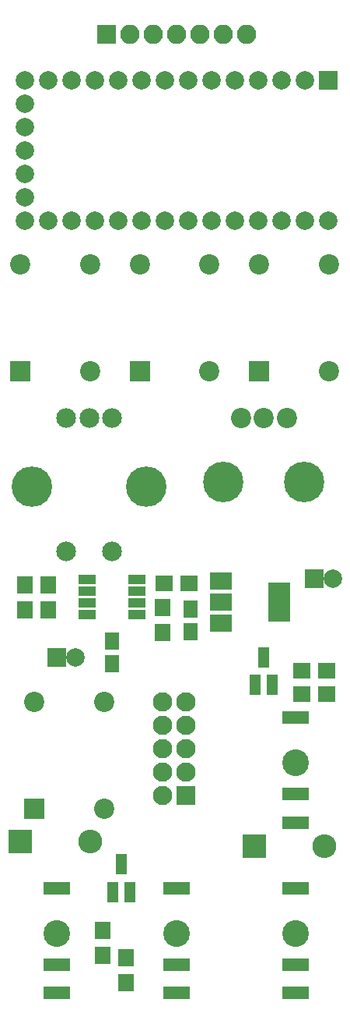
<source format=gbr>
G04 #@! TF.FileFunction,Soldermask,Top*
%FSLAX46Y46*%
G04 Gerber Fmt 4.6, Leading zero omitted, Abs format (unit mm)*
G04 Created by KiCad (PCBNEW 4.0.7) date 07/15/18 23:17:43*
%MOMM*%
%LPD*%
G01*
G04 APERTURE LIST*
%ADD10C,0.100000*%
%ADD11R,2.100000X2.100000*%
%ADD12O,2.100000X2.100000*%
%ADD13C,2.200000*%
%ADD14R,2.200000X2.200000*%
%ADD15C,2.100000*%
%ADD16C,2.150000*%
%ADD17O,4.400000X4.400000*%
%ADD18C,2.000000*%
%ADD19R,2.000000X2.000000*%
%ADD20C,4.400000*%
%ADD21R,2.600000X2.600000*%
%ADD22O,2.600000X2.600000*%
%ADD23R,1.700000X1.900000*%
%ADD24R,1.900000X1.700000*%
%ADD25R,1.200000X2.300000*%
%ADD26R,2.400000X4.200000*%
%ADD27R,2.400000X1.900000*%
%ADD28R,1.950000X1.000000*%
%ADD29R,1.650000X1.900000*%
%ADD30R,2.900000X1.400000*%
%ADD31C,2.900000*%
G04 APERTURE END LIST*
D10*
D11*
X115380000Y-52380000D03*
D12*
X117920000Y-52380000D03*
X120460000Y-52380000D03*
X123000000Y-52380000D03*
X125540000Y-52380000D03*
X128080000Y-52380000D03*
X130620000Y-52380000D03*
D13*
X115100000Y-136500000D03*
X115100000Y-124900000D03*
D14*
X107500000Y-136500000D03*
D13*
X107500000Y-124900000D03*
X126600000Y-89000000D03*
X126600000Y-77400000D03*
D14*
X119000000Y-89000000D03*
D13*
X119000000Y-77400000D03*
X139600000Y-89000000D03*
X139600000Y-77400000D03*
D14*
X132000000Y-89000000D03*
D13*
X132000000Y-77400000D03*
X113600000Y-89000000D03*
X113600000Y-77400000D03*
D14*
X106000000Y-89000000D03*
D13*
X106000000Y-77400000D03*
D11*
X124000000Y-135000000D03*
D15*
X121460000Y-135000000D03*
X124000000Y-132460000D03*
X121460000Y-132460000D03*
X124000000Y-129920000D03*
X121460000Y-129920000D03*
X124000000Y-127380000D03*
X121460000Y-127380000D03*
X124000000Y-124840000D03*
X121460000Y-124840000D03*
D16*
X111000000Y-94000000D03*
X116000000Y-94000000D03*
X113500000Y-94000000D03*
X116000000Y-108500000D03*
X111000000Y-108500000D03*
D17*
X119700000Y-101500000D03*
X107300000Y-101500000D03*
D18*
X106490000Y-65000000D03*
X106490000Y-67540000D03*
X106490000Y-70080000D03*
X106490000Y-72620000D03*
X106490000Y-62460000D03*
X106490000Y-59920000D03*
X106490000Y-57380000D03*
X109030000Y-72620000D03*
X111570000Y-72620000D03*
X114110000Y-72620000D03*
X116650000Y-72620000D03*
X119190000Y-72620000D03*
X121730000Y-72620000D03*
X124270000Y-72620000D03*
X126810000Y-72620000D03*
X129350000Y-72620000D03*
X131890000Y-72620000D03*
X134430000Y-72620000D03*
X136970000Y-72620000D03*
X139510000Y-72620000D03*
X109030000Y-57380000D03*
X111570000Y-57380000D03*
X114110000Y-57380000D03*
X116650000Y-57380000D03*
X119190000Y-57380000D03*
X121730000Y-57380000D03*
X124270000Y-57380000D03*
X126810000Y-57380000D03*
X129350000Y-57380000D03*
X131890000Y-57380000D03*
X134430000Y-57380000D03*
X136970000Y-57380000D03*
D19*
X139510000Y-57380000D03*
D13*
X130000000Y-94000000D03*
X132500000Y-94000000D03*
X135000000Y-94000000D03*
D20*
X128100000Y-101000000D03*
X136900000Y-101000000D03*
D21*
X131500000Y-140500000D03*
D22*
X139120000Y-140500000D03*
D21*
X106000000Y-140000000D03*
D22*
X113620000Y-140000000D03*
D19*
X138000000Y-111500000D03*
D18*
X140000000Y-111500000D03*
D19*
X110000000Y-120000000D03*
D18*
X112000000Y-120000000D03*
D23*
X117500000Y-152650000D03*
X117500000Y-155350000D03*
D24*
X136650000Y-124000000D03*
X139350000Y-124000000D03*
X136650000Y-121500000D03*
X139350000Y-121500000D03*
X124350000Y-112000000D03*
X121650000Y-112000000D03*
D23*
X106500000Y-114850000D03*
X106500000Y-112150000D03*
X121500000Y-117350000D03*
X121500000Y-114650000D03*
X109000000Y-114850000D03*
X109000000Y-112150000D03*
X115000000Y-152350000D03*
X115000000Y-149650000D03*
D25*
X116050000Y-145500000D03*
X117950000Y-145500000D03*
X117000000Y-142500000D03*
X131550000Y-123000000D03*
X133450000Y-123000000D03*
X132500000Y-120000000D03*
D26*
X134150000Y-114000000D03*
D27*
X127850000Y-114000000D03*
X127850000Y-116300000D03*
X127850000Y-111700000D03*
D28*
X118700000Y-115405000D03*
X118700000Y-114135000D03*
X118700000Y-112865000D03*
X118700000Y-111595000D03*
X113300000Y-111595000D03*
X113300000Y-112865000D03*
X113300000Y-114135000D03*
X113300000Y-115405000D03*
D29*
X116000000Y-118250000D03*
X116000000Y-120750000D03*
X124500000Y-117250000D03*
X124500000Y-114750000D03*
D30*
X136000000Y-145080000D03*
X136000000Y-153380000D03*
X136000000Y-156480000D03*
D31*
X136000000Y-150000000D03*
D30*
X110000000Y-145080000D03*
X110000000Y-153380000D03*
X110000000Y-156480000D03*
D31*
X110000000Y-150000000D03*
D30*
X136000000Y-126580000D03*
X136000000Y-134880000D03*
X136000000Y-137980000D03*
D31*
X136000000Y-131500000D03*
D30*
X123000000Y-145080000D03*
X123000000Y-153380000D03*
X123000000Y-156480000D03*
D31*
X123000000Y-150000000D03*
M02*

</source>
